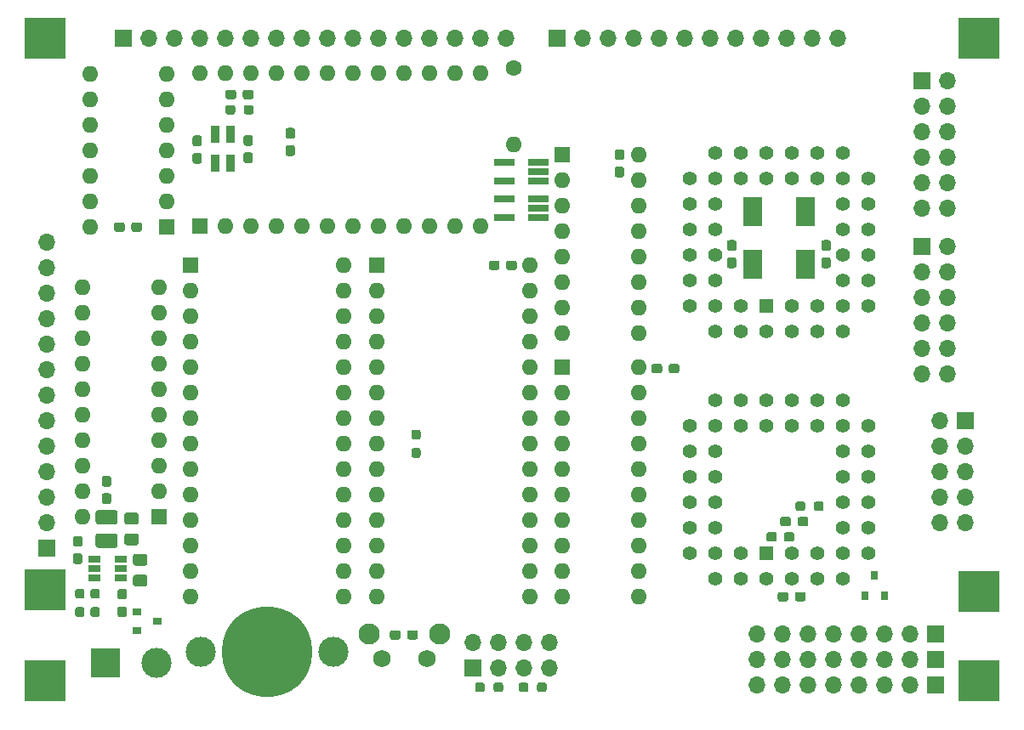
<source format=gbs>
G04 #@! TF.GenerationSoftware,KiCad,Pcbnew,5.1.9*
G04 #@! TF.CreationDate,2021-05-01T23:47:32-07:00*
G04 #@! TF.ProjectId,P80C550-EVN,50383043-3535-4302-9d45-564e2e6b6963,rev?*
G04 #@! TF.SameCoordinates,Original*
G04 #@! TF.FileFunction,Soldermask,Bot*
G04 #@! TF.FilePolarity,Negative*
%FSLAX46Y46*%
G04 Gerber Fmt 4.6, Leading zero omitted, Abs format (unit mm)*
G04 Created by KiCad (PCBNEW 5.1.9) date 2021-05-01 23:47:32*
%MOMM*%
%LPD*%
G01*
G04 APERTURE LIST*
%ADD10O,1.700000X1.700000*%
%ADD11R,1.700000X1.700000*%
%ADD12R,0.900000X0.800000*%
%ADD13R,3.000000X3.000000*%
%ADD14C,3.000000*%
%ADD15R,1.220000X0.650000*%
%ADD16R,2.000000X0.650000*%
%ADD17R,4.100000X4.100000*%
%ADD18R,1.422400X1.422400*%
%ADD19C,1.422400*%
%ADD20R,0.800000X0.900000*%
%ADD21R,1.980000X3.000000*%
%ADD22R,0.900000X1.750000*%
%ADD23O,1.600000X1.600000*%
%ADD24R,1.600000X1.600000*%
%ADD25C,9.000000*%
%ADD26C,2.100000*%
%ADD27C,1.750000*%
%ADD28C,1.600000*%
%ADD29R,4.099999X4.099999*%
G04 APERTURE END LIST*
G36*
G01*
X107298500Y-120478500D02*
X106823500Y-120478500D01*
G75*
G02*
X106586000Y-120241000I0J237500D01*
G01*
X106586000Y-119641000D01*
G75*
G02*
X106823500Y-119403500I237500J0D01*
G01*
X107298500Y-119403500D01*
G75*
G02*
X107536000Y-119641000I0J-237500D01*
G01*
X107536000Y-120241000D01*
G75*
G02*
X107298500Y-120478500I-237500J0D01*
G01*
G37*
G36*
G01*
X107298500Y-122203500D02*
X106823500Y-122203500D01*
G75*
G02*
X106586000Y-121966000I0J237500D01*
G01*
X106586000Y-121366000D01*
G75*
G02*
X106823500Y-121128500I237500J0D01*
G01*
X107298500Y-121128500D01*
G75*
G02*
X107536000Y-121366000I0J-237500D01*
G01*
X107536000Y-121966000D01*
G75*
G02*
X107298500Y-122203500I-237500J0D01*
G01*
G37*
D10*
X101105000Y-96099000D03*
X101105000Y-98639000D03*
X101105000Y-101179000D03*
X101105000Y-103719000D03*
X101105000Y-106259000D03*
X101105000Y-108799000D03*
X101105000Y-111339000D03*
X101105000Y-113879000D03*
X101105000Y-116419000D03*
X101105000Y-118959000D03*
X101105000Y-121499000D03*
X101105000Y-124039000D03*
D11*
X101105000Y-126579000D03*
D12*
X112109000Y-133893600D03*
X110109000Y-132943600D03*
X110109000Y-134843600D03*
G36*
G01*
X107911000Y-124238600D02*
X106211000Y-124238600D01*
G75*
G02*
X105961000Y-123988600I0J250000D01*
G01*
X105961000Y-123063600D01*
G75*
G02*
X106211000Y-122813600I250000J0D01*
G01*
X107911000Y-122813600D01*
G75*
G02*
X108161000Y-123063600I0J-250000D01*
G01*
X108161000Y-123988600D01*
G75*
G02*
X107911000Y-124238600I-250000J0D01*
G01*
G37*
G36*
G01*
X107911000Y-126563600D02*
X106211000Y-126563600D01*
G75*
G02*
X105961000Y-126313600I0J250000D01*
G01*
X105961000Y-125388600D01*
G75*
G02*
X106211000Y-125138600I250000J0D01*
G01*
X107911000Y-125138600D01*
G75*
G02*
X108161000Y-125388600I0J-250000D01*
G01*
X108161000Y-126313600D01*
G75*
G02*
X107911000Y-126563600I-250000J0D01*
G01*
G37*
G36*
G01*
X108372900Y-132416000D02*
X108847900Y-132416000D01*
G75*
G02*
X109085400Y-132653500I0J-237500D01*
G01*
X109085400Y-133228500D01*
G75*
G02*
X108847900Y-133466000I-237500J0D01*
G01*
X108372900Y-133466000D01*
G75*
G02*
X108135400Y-133228500I0J237500D01*
G01*
X108135400Y-132653500D01*
G75*
G02*
X108372900Y-132416000I237500J0D01*
G01*
G37*
G36*
G01*
X108372900Y-130666000D02*
X108847900Y-130666000D01*
G75*
G02*
X109085400Y-130903500I0J-237500D01*
G01*
X109085400Y-131478500D01*
G75*
G02*
X108847900Y-131716000I-237500J0D01*
G01*
X108372900Y-131716000D01*
G75*
G02*
X108135400Y-131478500I0J237500D01*
G01*
X108135400Y-130903500D01*
G75*
G02*
X108372900Y-130666000I237500J0D01*
G01*
G37*
G36*
G01*
X109062500Y-125142500D02*
X110012500Y-125142500D01*
G75*
G02*
X110262500Y-125392500I0J-250000D01*
G01*
X110262500Y-126067500D01*
G75*
G02*
X110012500Y-126317500I-250000J0D01*
G01*
X109062500Y-126317500D01*
G75*
G02*
X108812500Y-126067500I0J250000D01*
G01*
X108812500Y-125392500D01*
G75*
G02*
X109062500Y-125142500I250000J0D01*
G01*
G37*
G36*
G01*
X109062500Y-123067500D02*
X110012500Y-123067500D01*
G75*
G02*
X110262500Y-123317500I0J-250000D01*
G01*
X110262500Y-123992500D01*
G75*
G02*
X110012500Y-124242500I-250000J0D01*
G01*
X109062500Y-124242500D01*
G75*
G02*
X108812500Y-123992500I0J250000D01*
G01*
X108812500Y-123317500D01*
G75*
G02*
X109062500Y-123067500I250000J0D01*
G01*
G37*
G36*
G01*
X110876100Y-128344600D02*
X109926100Y-128344600D01*
G75*
G02*
X109676100Y-128094600I0J250000D01*
G01*
X109676100Y-127419600D01*
G75*
G02*
X109926100Y-127169600I250000J0D01*
G01*
X110876100Y-127169600D01*
G75*
G02*
X111126100Y-127419600I0J-250000D01*
G01*
X111126100Y-128094600D01*
G75*
G02*
X110876100Y-128344600I-250000J0D01*
G01*
G37*
G36*
G01*
X110876100Y-130419600D02*
X109926100Y-130419600D01*
G75*
G02*
X109676100Y-130169600I0J250000D01*
G01*
X109676100Y-129494600D01*
G75*
G02*
X109926100Y-129244600I250000J0D01*
G01*
X110876100Y-129244600D01*
G75*
G02*
X111126100Y-129494600I0J-250000D01*
G01*
X111126100Y-130169600D01*
G75*
G02*
X110876100Y-130419600I-250000J0D01*
G01*
G37*
G36*
G01*
X103940600Y-127109100D02*
X104415600Y-127109100D01*
G75*
G02*
X104653100Y-127346600I0J-237500D01*
G01*
X104653100Y-127946600D01*
G75*
G02*
X104415600Y-128184100I-237500J0D01*
G01*
X103940600Y-128184100D01*
G75*
G02*
X103703100Y-127946600I0J237500D01*
G01*
X103703100Y-127346600D01*
G75*
G02*
X103940600Y-127109100I237500J0D01*
G01*
G37*
G36*
G01*
X103940600Y-125384100D02*
X104415600Y-125384100D01*
G75*
G02*
X104653100Y-125621600I0J-237500D01*
G01*
X104653100Y-126221600D01*
G75*
G02*
X104415600Y-126459100I-237500J0D01*
G01*
X103940600Y-126459100D01*
G75*
G02*
X103703100Y-126221600I0J237500D01*
G01*
X103703100Y-125621600D01*
G75*
G02*
X103940600Y-125384100I237500J0D01*
G01*
G37*
D13*
X106934000Y-138049000D03*
D14*
X112014000Y-138049000D03*
D15*
X108472600Y-127675600D03*
X108472600Y-128625600D03*
X108472600Y-129575600D03*
X105852600Y-129575600D03*
X105852600Y-128625600D03*
X105852600Y-127675600D03*
G36*
G01*
X106155500Y-131629600D02*
X105680500Y-131629600D01*
G75*
G02*
X105443000Y-131392100I0J237500D01*
G01*
X105443000Y-130892100D01*
G75*
G02*
X105680500Y-130654600I237500J0D01*
G01*
X106155500Y-130654600D01*
G75*
G02*
X106393000Y-130892100I0J-237500D01*
G01*
X106393000Y-131392100D01*
G75*
G02*
X106155500Y-131629600I-237500J0D01*
G01*
G37*
G36*
G01*
X106155500Y-133454600D02*
X105680500Y-133454600D01*
G75*
G02*
X105443000Y-133217100I0J237500D01*
G01*
X105443000Y-132717100D01*
G75*
G02*
X105680500Y-132479600I237500J0D01*
G01*
X106155500Y-132479600D01*
G75*
G02*
X106393000Y-132717100I0J-237500D01*
G01*
X106393000Y-133217100D01*
G75*
G02*
X106155500Y-133454600I-237500J0D01*
G01*
G37*
G36*
G01*
X104156500Y-132481340D02*
X104631500Y-132481340D01*
G75*
G02*
X104869000Y-132718840I0J-237500D01*
G01*
X104869000Y-133218840D01*
G75*
G02*
X104631500Y-133456340I-237500J0D01*
G01*
X104156500Y-133456340D01*
G75*
G02*
X103919000Y-133218840I0J237500D01*
G01*
X103919000Y-132718840D01*
G75*
G02*
X104156500Y-132481340I237500J0D01*
G01*
G37*
G36*
G01*
X104156500Y-130656340D02*
X104631500Y-130656340D01*
G75*
G02*
X104869000Y-130893840I0J-237500D01*
G01*
X104869000Y-131393840D01*
G75*
G02*
X104631500Y-131631340I-237500J0D01*
G01*
X104156500Y-131631340D01*
G75*
G02*
X103919000Y-131393840I0J237500D01*
G01*
X103919000Y-130893840D01*
G75*
G02*
X104156500Y-130656340I237500J0D01*
G01*
G37*
G36*
G01*
X138096000Y-117605000D02*
X137621000Y-117605000D01*
G75*
G02*
X137383500Y-117367500I0J237500D01*
G01*
X137383500Y-116867500D01*
G75*
G02*
X137621000Y-116630000I237500J0D01*
G01*
X138096000Y-116630000D01*
G75*
G02*
X138333500Y-116867500I0J-237500D01*
G01*
X138333500Y-117367500D01*
G75*
G02*
X138096000Y-117605000I-237500J0D01*
G01*
G37*
G36*
G01*
X138096000Y-115780000D02*
X137621000Y-115780000D01*
G75*
G02*
X137383500Y-115542500I0J237500D01*
G01*
X137383500Y-115042500D01*
G75*
G02*
X137621000Y-114805000I237500J0D01*
G01*
X138096000Y-114805000D01*
G75*
G02*
X138333500Y-115042500I0J-237500D01*
G01*
X138333500Y-115542500D01*
G75*
G02*
X138096000Y-115780000I-237500J0D01*
G01*
G37*
G36*
G01*
X146181100Y-98187500D02*
X146181100Y-98662500D01*
G75*
G02*
X145943600Y-98900000I-237500J0D01*
G01*
X145343600Y-98900000D01*
G75*
G02*
X145106100Y-98662500I0J237500D01*
G01*
X145106100Y-98187500D01*
G75*
G02*
X145343600Y-97950000I237500J0D01*
G01*
X145943600Y-97950000D01*
G75*
G02*
X146181100Y-98187500I0J-237500D01*
G01*
G37*
G36*
G01*
X147906100Y-98187500D02*
X147906100Y-98662500D01*
G75*
G02*
X147668600Y-98900000I-237500J0D01*
G01*
X147068600Y-98900000D01*
G75*
G02*
X146831100Y-98662500I0J237500D01*
G01*
X146831100Y-98187500D01*
G75*
G02*
X147068600Y-97950000I237500J0D01*
G01*
X147668600Y-97950000D01*
G75*
G02*
X147906100Y-98187500I0J-237500D01*
G01*
G37*
D16*
X146613300Y-91803100D03*
X146613300Y-93703100D03*
X150033300Y-93703100D03*
X150033300Y-92753100D03*
X150033300Y-91803100D03*
X146630500Y-88140500D03*
X146630500Y-90040500D03*
X150050500Y-90040500D03*
X150050500Y-89090500D03*
X150050500Y-88140500D03*
D10*
X190005000Y-124039000D03*
X192545000Y-124039000D03*
X190005000Y-121499000D03*
X192545000Y-121499000D03*
X190005000Y-118959000D03*
X192545000Y-118959000D03*
X190005000Y-116419000D03*
X192545000Y-116419000D03*
X190005000Y-113879000D03*
D11*
X192545000Y-113879000D03*
D17*
X193925000Y-139827000D03*
X100925000Y-139827000D03*
G36*
G01*
X145562500Y-140699500D02*
X145562500Y-140224500D01*
G75*
G02*
X145800000Y-139987000I237500J0D01*
G01*
X146300000Y-139987000D01*
G75*
G02*
X146537500Y-140224500I0J-237500D01*
G01*
X146537500Y-140699500D01*
G75*
G02*
X146300000Y-140937000I-237500J0D01*
G01*
X145800000Y-140937000D01*
G75*
G02*
X145562500Y-140699500I0J237500D01*
G01*
G37*
G36*
G01*
X143737500Y-140699500D02*
X143737500Y-140224500D01*
G75*
G02*
X143975000Y-139987000I237500J0D01*
G01*
X144475000Y-139987000D01*
G75*
G02*
X144712500Y-140224500I0J-237500D01*
G01*
X144712500Y-140699500D01*
G75*
G02*
X144475000Y-140937000I-237500J0D01*
G01*
X143975000Y-140937000D01*
G75*
G02*
X143737500Y-140699500I0J237500D01*
G01*
G37*
G36*
G01*
X149054000Y-140224500D02*
X149054000Y-140699500D01*
G75*
G02*
X148816500Y-140937000I-237500J0D01*
G01*
X148316500Y-140937000D01*
G75*
G02*
X148079000Y-140699500I0J237500D01*
G01*
X148079000Y-140224500D01*
G75*
G02*
X148316500Y-139987000I237500J0D01*
G01*
X148816500Y-139987000D01*
G75*
G02*
X149054000Y-140224500I0J-237500D01*
G01*
G37*
G36*
G01*
X150879000Y-140224500D02*
X150879000Y-140699500D01*
G75*
G02*
X150641500Y-140937000I-237500J0D01*
G01*
X150141500Y-140937000D01*
G75*
G02*
X149904000Y-140699500I0J237500D01*
G01*
X149904000Y-140224500D01*
G75*
G02*
X150141500Y-139987000I237500J0D01*
G01*
X150641500Y-139987000D01*
G75*
G02*
X150879000Y-140224500I0J-237500D01*
G01*
G37*
D10*
X151130000Y-136017000D03*
X151130000Y-138557000D03*
X148590000Y-136017000D03*
X148590000Y-138557000D03*
X146050000Y-136017000D03*
X146050000Y-138557000D03*
X143510000Y-136017000D03*
D11*
X143510000Y-138557000D03*
X188214000Y-80010000D03*
D10*
X190754000Y-80010000D03*
X188214000Y-82550000D03*
X190754000Y-82550000D03*
X188214000Y-85090000D03*
X190754000Y-85090000D03*
X188214000Y-87630000D03*
X190754000Y-87630000D03*
X188214000Y-90170000D03*
X190754000Y-90170000D03*
X188214000Y-92710000D03*
X190754000Y-92710000D03*
D18*
X172720000Y-127127000D03*
D19*
X175260000Y-127127000D03*
X177800000Y-127127000D03*
X170180000Y-127127000D03*
X167640000Y-127127000D03*
X175260000Y-129667000D03*
X177800000Y-129667000D03*
X180340000Y-129667000D03*
X172720000Y-129667000D03*
X170180000Y-129667000D03*
X180340000Y-127127000D03*
X180340000Y-124587000D03*
X180340000Y-122047000D03*
X180340000Y-119507000D03*
X180340000Y-116967000D03*
X182880000Y-127127000D03*
X182880000Y-124587000D03*
X182880000Y-122047000D03*
X182880000Y-119507000D03*
X182880000Y-116967000D03*
X182880000Y-114427000D03*
X180340000Y-114427000D03*
X177800000Y-114427000D03*
X175260000Y-114427000D03*
X172720000Y-114427000D03*
X170180000Y-114427000D03*
X165100000Y-114427000D03*
X180340000Y-111887000D03*
X177800000Y-111887000D03*
X175260000Y-111887000D03*
X172720000Y-111887000D03*
X170180000Y-111887000D03*
X167640000Y-111887000D03*
X167640000Y-114427000D03*
X167640000Y-116967000D03*
X167640000Y-119507000D03*
X167640000Y-122047000D03*
X167640000Y-124587000D03*
X167640000Y-129667000D03*
X165100000Y-116967000D03*
X165100000Y-119507000D03*
X165100000Y-122047000D03*
X165100000Y-124587000D03*
X165100000Y-127127000D03*
D10*
X171831000Y-140208000D03*
X174371000Y-140208000D03*
X176911000Y-140208000D03*
X179451000Y-140208000D03*
X181991000Y-140208000D03*
X184531000Y-140208000D03*
X187071000Y-140208000D03*
D11*
X189611000Y-140208000D03*
D19*
X165100000Y-102489000D03*
X165100000Y-99949000D03*
X165100000Y-97409000D03*
X165100000Y-94869000D03*
X165100000Y-92329000D03*
X167640000Y-105029000D03*
X167640000Y-99949000D03*
X167640000Y-97409000D03*
X167640000Y-94869000D03*
X167640000Y-92329000D03*
X167640000Y-89789000D03*
X167640000Y-87249000D03*
X170180000Y-87249000D03*
X172720000Y-87249000D03*
X175260000Y-87249000D03*
X177800000Y-87249000D03*
X180340000Y-87249000D03*
X165100000Y-89789000D03*
X170180000Y-89789000D03*
X172720000Y-89789000D03*
X175260000Y-89789000D03*
X177800000Y-89789000D03*
X180340000Y-89789000D03*
X182880000Y-89789000D03*
X182880000Y-92329000D03*
X182880000Y-94869000D03*
X182880000Y-97409000D03*
X182880000Y-99949000D03*
X182880000Y-102489000D03*
X180340000Y-92329000D03*
X180340000Y-94869000D03*
X180340000Y-97409000D03*
X180340000Y-99949000D03*
X180340000Y-102489000D03*
X170180000Y-105029000D03*
X172720000Y-105029000D03*
X180340000Y-105029000D03*
X177800000Y-105029000D03*
X175260000Y-105029000D03*
X167640000Y-102489000D03*
X170180000Y-102489000D03*
X177800000Y-102489000D03*
X175260000Y-102489000D03*
D18*
X172720000Y-102489000D03*
D20*
X183515000Y-129302000D03*
X182565000Y-131302000D03*
X184465000Y-131302000D03*
G36*
G01*
X175839000Y-124189500D02*
X175839000Y-123714500D01*
G75*
G02*
X176076500Y-123477000I237500J0D01*
G01*
X176676500Y-123477000D01*
G75*
G02*
X176914000Y-123714500I0J-237500D01*
G01*
X176914000Y-124189500D01*
G75*
G02*
X176676500Y-124427000I-237500J0D01*
G01*
X176076500Y-124427000D01*
G75*
G02*
X175839000Y-124189500I0J237500D01*
G01*
G37*
G36*
G01*
X174114000Y-124189500D02*
X174114000Y-123714500D01*
G75*
G02*
X174351500Y-123477000I237500J0D01*
G01*
X174951500Y-123477000D01*
G75*
G02*
X175189000Y-123714500I0J-237500D01*
G01*
X175189000Y-124189500D01*
G75*
G02*
X174951500Y-124427000I-237500J0D01*
G01*
X174351500Y-124427000D01*
G75*
G02*
X174114000Y-124189500I0J237500D01*
G01*
G37*
G36*
G01*
X176613000Y-122190500D02*
X176613000Y-122665500D01*
G75*
G02*
X176375500Y-122903000I-237500J0D01*
G01*
X175875500Y-122903000D01*
G75*
G02*
X175638000Y-122665500I0J237500D01*
G01*
X175638000Y-122190500D01*
G75*
G02*
X175875500Y-121953000I237500J0D01*
G01*
X176375500Y-121953000D01*
G75*
G02*
X176613000Y-122190500I0J-237500D01*
G01*
G37*
G36*
G01*
X178438000Y-122190500D02*
X178438000Y-122665500D01*
G75*
G02*
X178200500Y-122903000I-237500J0D01*
G01*
X177700500Y-122903000D01*
G75*
G02*
X177463000Y-122665500I0J237500D01*
G01*
X177463000Y-122190500D01*
G75*
G02*
X177700500Y-121953000I237500J0D01*
G01*
X178200500Y-121953000D01*
G75*
G02*
X178438000Y-122190500I0J-237500D01*
G01*
G37*
G36*
G01*
X174481000Y-125713500D02*
X174481000Y-125238500D01*
G75*
G02*
X174718500Y-125001000I237500J0D01*
G01*
X175293500Y-125001000D01*
G75*
G02*
X175531000Y-125238500I0J-237500D01*
G01*
X175531000Y-125713500D01*
G75*
G02*
X175293500Y-125951000I-237500J0D01*
G01*
X174718500Y-125951000D01*
G75*
G02*
X174481000Y-125713500I0J237500D01*
G01*
G37*
G36*
G01*
X172731000Y-125713500D02*
X172731000Y-125238500D01*
G75*
G02*
X172968500Y-125001000I237500J0D01*
G01*
X173543500Y-125001000D01*
G75*
G02*
X173781000Y-125238500I0J-237500D01*
G01*
X173781000Y-125713500D01*
G75*
G02*
X173543500Y-125951000I-237500J0D01*
G01*
X172968500Y-125951000D01*
G75*
G02*
X172731000Y-125713500I0J237500D01*
G01*
G37*
D21*
X171360000Y-98291000D03*
X176620000Y-98291000D03*
X176620000Y-93091000D03*
X171360000Y-93091000D03*
D22*
X117830000Y-85365000D03*
X117830000Y-88265000D03*
X119380000Y-88265000D03*
X119380000Y-85365000D03*
G36*
G01*
X120717500Y-83168500D02*
X120717500Y-82693500D01*
G75*
G02*
X120955000Y-82456000I237500J0D01*
G01*
X121455000Y-82456000D01*
G75*
G02*
X121692500Y-82693500I0J-237500D01*
G01*
X121692500Y-83168500D01*
G75*
G02*
X121455000Y-83406000I-237500J0D01*
G01*
X120955000Y-83406000D01*
G75*
G02*
X120717500Y-83168500I0J237500D01*
G01*
G37*
G36*
G01*
X118892500Y-83168500D02*
X118892500Y-82693500D01*
G75*
G02*
X119130000Y-82456000I237500J0D01*
G01*
X119630000Y-82456000D01*
G75*
G02*
X119867500Y-82693500I0J-237500D01*
G01*
X119867500Y-83168500D01*
G75*
G02*
X119630000Y-83406000I-237500J0D01*
G01*
X119130000Y-83406000D01*
G75*
G02*
X118892500Y-83168500I0J237500D01*
G01*
G37*
G36*
G01*
X120618300Y-81644500D02*
X120618300Y-81169500D01*
G75*
G02*
X120855800Y-80932000I237500J0D01*
G01*
X121455800Y-80932000D01*
G75*
G02*
X121693300Y-81169500I0J-237500D01*
G01*
X121693300Y-81644500D01*
G75*
G02*
X121455800Y-81882000I-237500J0D01*
G01*
X120855800Y-81882000D01*
G75*
G02*
X120618300Y-81644500I0J237500D01*
G01*
G37*
G36*
G01*
X118893300Y-81644500D02*
X118893300Y-81169500D01*
G75*
G02*
X119130800Y-80932000I237500J0D01*
G01*
X119730800Y-80932000D01*
G75*
G02*
X119968300Y-81169500I0J-237500D01*
G01*
X119968300Y-81644500D01*
G75*
G02*
X119730800Y-81882000I-237500J0D01*
G01*
X119130800Y-81882000D01*
G75*
G02*
X118893300Y-81644500I0J237500D01*
G01*
G37*
D23*
X116332000Y-79248000D03*
X144272000Y-94488000D03*
X118872000Y-79248000D03*
X141732000Y-94488000D03*
X121412000Y-79248000D03*
X139192000Y-94488000D03*
X123952000Y-79248000D03*
X136652000Y-94488000D03*
X126492000Y-79248000D03*
X134112000Y-94488000D03*
X129032000Y-79248000D03*
X131572000Y-94488000D03*
X131572000Y-79248000D03*
X129032000Y-94488000D03*
X134112000Y-79248000D03*
X126492000Y-94488000D03*
X136652000Y-79248000D03*
X123952000Y-94488000D03*
X139192000Y-79248000D03*
X121412000Y-94488000D03*
X141732000Y-79248000D03*
X118872000Y-94488000D03*
X144272000Y-79248000D03*
D24*
X116332000Y-94488000D03*
D25*
X123063000Y-136906000D03*
D14*
X116463000Y-136906000D03*
X129663000Y-136906000D03*
D10*
X171831000Y-137668000D03*
X174371000Y-137668000D03*
X176911000Y-137668000D03*
X179451000Y-137668000D03*
X181991000Y-137668000D03*
X184531000Y-137668000D03*
X187071000Y-137668000D03*
D11*
X189611000Y-137668000D03*
D10*
X171831000Y-135128000D03*
X174371000Y-135128000D03*
X176911000Y-135128000D03*
X179451000Y-135128000D03*
X181991000Y-135128000D03*
X184531000Y-135128000D03*
X187071000Y-135128000D03*
D11*
X189611000Y-135128000D03*
D24*
X133959600Y-98425000D03*
D23*
X149199600Y-131445000D03*
X133959600Y-100965000D03*
X149199600Y-128905000D03*
X133959600Y-103505000D03*
X149199600Y-126365000D03*
X133959600Y-106045000D03*
X149199600Y-123825000D03*
X133959600Y-108585000D03*
X149199600Y-121285000D03*
X133959600Y-111125000D03*
X149199600Y-118745000D03*
X133959600Y-113665000D03*
X149199600Y-116205000D03*
X133959600Y-116205000D03*
X149199600Y-113665000D03*
X133959600Y-118745000D03*
X149199600Y-111125000D03*
X133959600Y-121285000D03*
X149199600Y-108585000D03*
X133959600Y-123825000D03*
X149199600Y-106045000D03*
X133959600Y-126365000D03*
X149199600Y-103505000D03*
X133959600Y-128905000D03*
X149199600Y-100965000D03*
X133959600Y-131445000D03*
X149199600Y-98425000D03*
D26*
X133178000Y-135128000D03*
D27*
X134438000Y-137618000D03*
X138938000Y-137618000D03*
D26*
X140188000Y-135128000D03*
G36*
G01*
X136327000Y-135017500D02*
X136327000Y-135492500D01*
G75*
G02*
X136089500Y-135730000I-237500J0D01*
G01*
X135489500Y-135730000D01*
G75*
G02*
X135252000Y-135492500I0J237500D01*
G01*
X135252000Y-135017500D01*
G75*
G02*
X135489500Y-134780000I237500J0D01*
G01*
X136089500Y-134780000D01*
G75*
G02*
X136327000Y-135017500I0J-237500D01*
G01*
G37*
G36*
G01*
X138052000Y-135017500D02*
X138052000Y-135492500D01*
G75*
G02*
X137814500Y-135730000I-237500J0D01*
G01*
X137214500Y-135730000D01*
G75*
G02*
X136977000Y-135492500I0J237500D01*
G01*
X136977000Y-135017500D01*
G75*
G02*
X137214500Y-134780000I237500J0D01*
G01*
X137814500Y-134780000D01*
G75*
G02*
X138052000Y-135017500I0J-237500D01*
G01*
G37*
D11*
X188214000Y-96520000D03*
D10*
X190754000Y-96520000D03*
X188214000Y-99060000D03*
X190754000Y-99060000D03*
X188214000Y-101600000D03*
X190754000Y-101600000D03*
X188214000Y-104140000D03*
X190754000Y-104140000D03*
X188214000Y-106680000D03*
X190754000Y-106680000D03*
X188214000Y-109220000D03*
X190754000Y-109220000D03*
G36*
G01*
X120920500Y-87166500D02*
X121395500Y-87166500D01*
G75*
G02*
X121633000Y-87404000I0J-237500D01*
G01*
X121633000Y-88004000D01*
G75*
G02*
X121395500Y-88241500I-237500J0D01*
G01*
X120920500Y-88241500D01*
G75*
G02*
X120683000Y-88004000I0J237500D01*
G01*
X120683000Y-87404000D01*
G75*
G02*
X120920500Y-87166500I237500J0D01*
G01*
G37*
G36*
G01*
X120920500Y-85441500D02*
X121395500Y-85441500D01*
G75*
G02*
X121633000Y-85679000I0J-237500D01*
G01*
X121633000Y-86279000D01*
G75*
G02*
X121395500Y-86516500I-237500J0D01*
G01*
X120920500Y-86516500D01*
G75*
G02*
X120683000Y-86279000I0J237500D01*
G01*
X120683000Y-85679000D01*
G75*
G02*
X120920500Y-85441500I237500J0D01*
G01*
G37*
G36*
G01*
X115840500Y-87219500D02*
X116315500Y-87219500D01*
G75*
G02*
X116553000Y-87457000I0J-237500D01*
G01*
X116553000Y-88057000D01*
G75*
G02*
X116315500Y-88294500I-237500J0D01*
G01*
X115840500Y-88294500D01*
G75*
G02*
X115603000Y-88057000I0J237500D01*
G01*
X115603000Y-87457000D01*
G75*
G02*
X115840500Y-87219500I237500J0D01*
G01*
G37*
G36*
G01*
X115840500Y-85494500D02*
X116315500Y-85494500D01*
G75*
G02*
X116553000Y-85732000I0J-237500D01*
G01*
X116553000Y-86332000D01*
G75*
G02*
X116315500Y-86569500I-237500J0D01*
G01*
X115840500Y-86569500D01*
G75*
G02*
X115603000Y-86332000I0J237500D01*
G01*
X115603000Y-85732000D01*
G75*
G02*
X115840500Y-85494500I237500J0D01*
G01*
G37*
G36*
G01*
X109518500Y-94852500D02*
X109518500Y-94377500D01*
G75*
G02*
X109756000Y-94140000I237500J0D01*
G01*
X110356000Y-94140000D01*
G75*
G02*
X110593500Y-94377500I0J-237500D01*
G01*
X110593500Y-94852500D01*
G75*
G02*
X110356000Y-95090000I-237500J0D01*
G01*
X109756000Y-95090000D01*
G75*
G02*
X109518500Y-94852500I0J237500D01*
G01*
G37*
G36*
G01*
X107793500Y-94852500D02*
X107793500Y-94377500D01*
G75*
G02*
X108031000Y-94140000I237500J0D01*
G01*
X108631000Y-94140000D01*
G75*
G02*
X108868500Y-94377500I0J-237500D01*
G01*
X108868500Y-94852500D01*
G75*
G02*
X108631000Y-95090000I-237500J0D01*
G01*
X108031000Y-95090000D01*
G75*
G02*
X107793500Y-94852500I0J237500D01*
G01*
G37*
G36*
G01*
X163012000Y-108949500D02*
X163012000Y-108474500D01*
G75*
G02*
X163249500Y-108237000I237500J0D01*
G01*
X163849500Y-108237000D01*
G75*
G02*
X164087000Y-108474500I0J-237500D01*
G01*
X164087000Y-108949500D01*
G75*
G02*
X163849500Y-109187000I-237500J0D01*
G01*
X163249500Y-109187000D01*
G75*
G02*
X163012000Y-108949500I0J237500D01*
G01*
G37*
G36*
G01*
X161287000Y-108949500D02*
X161287000Y-108474500D01*
G75*
G02*
X161524500Y-108237000I237500J0D01*
G01*
X162124500Y-108237000D01*
G75*
G02*
X162362000Y-108474500I0J-237500D01*
G01*
X162362000Y-108949500D01*
G75*
G02*
X162124500Y-109187000I-237500J0D01*
G01*
X161524500Y-109187000D01*
G75*
G02*
X161287000Y-108949500I0J237500D01*
G01*
G37*
G36*
G01*
X175585000Y-131682500D02*
X175585000Y-131207500D01*
G75*
G02*
X175822500Y-130970000I237500J0D01*
G01*
X176422500Y-130970000D01*
G75*
G02*
X176660000Y-131207500I0J-237500D01*
G01*
X176660000Y-131682500D01*
G75*
G02*
X176422500Y-131920000I-237500J0D01*
G01*
X175822500Y-131920000D01*
G75*
G02*
X175585000Y-131682500I0J237500D01*
G01*
G37*
G36*
G01*
X173860000Y-131682500D02*
X173860000Y-131207500D01*
G75*
G02*
X174097500Y-130970000I237500J0D01*
G01*
X174697500Y-130970000D01*
G75*
G02*
X174935000Y-131207500I0J-237500D01*
G01*
X174935000Y-131682500D01*
G75*
G02*
X174697500Y-131920000I-237500J0D01*
G01*
X174097500Y-131920000D01*
G75*
G02*
X173860000Y-131682500I0J237500D01*
G01*
G37*
D23*
X147574000Y-86360000D03*
D28*
X147574000Y-78740000D03*
G36*
G01*
X157877500Y-88590000D02*
X158352500Y-88590000D01*
G75*
G02*
X158590000Y-88827500I0J-237500D01*
G01*
X158590000Y-89427500D01*
G75*
G02*
X158352500Y-89665000I-237500J0D01*
G01*
X157877500Y-89665000D01*
G75*
G02*
X157640000Y-89427500I0J237500D01*
G01*
X157640000Y-88827500D01*
G75*
G02*
X157877500Y-88590000I237500J0D01*
G01*
G37*
G36*
G01*
X157877500Y-86865000D02*
X158352500Y-86865000D01*
G75*
G02*
X158590000Y-87102500I0J-237500D01*
G01*
X158590000Y-87702500D01*
G75*
G02*
X158352500Y-87940000I-237500J0D01*
G01*
X157877500Y-87940000D01*
G75*
G02*
X157640000Y-87702500I0J237500D01*
G01*
X157640000Y-87102500D01*
G75*
G02*
X157877500Y-86865000I237500J0D01*
G01*
G37*
G36*
G01*
X169053500Y-97633500D02*
X169528500Y-97633500D01*
G75*
G02*
X169766000Y-97871000I0J-237500D01*
G01*
X169766000Y-98471000D01*
G75*
G02*
X169528500Y-98708500I-237500J0D01*
G01*
X169053500Y-98708500D01*
G75*
G02*
X168816000Y-98471000I0J237500D01*
G01*
X168816000Y-97871000D01*
G75*
G02*
X169053500Y-97633500I237500J0D01*
G01*
G37*
G36*
G01*
X169053500Y-95908500D02*
X169528500Y-95908500D01*
G75*
G02*
X169766000Y-96146000I0J-237500D01*
G01*
X169766000Y-96746000D01*
G75*
G02*
X169528500Y-96983500I-237500J0D01*
G01*
X169053500Y-96983500D01*
G75*
G02*
X168816000Y-96746000I0J237500D01*
G01*
X168816000Y-96146000D01*
G75*
G02*
X169053500Y-95908500I237500J0D01*
G01*
G37*
G36*
G01*
X178926500Y-96983500D02*
X178451500Y-96983500D01*
G75*
G02*
X178214000Y-96746000I0J237500D01*
G01*
X178214000Y-96146000D01*
G75*
G02*
X178451500Y-95908500I237500J0D01*
G01*
X178926500Y-95908500D01*
G75*
G02*
X179164000Y-96146000I0J-237500D01*
G01*
X179164000Y-96746000D01*
G75*
G02*
X178926500Y-96983500I-237500J0D01*
G01*
G37*
G36*
G01*
X178926500Y-98708500D02*
X178451500Y-98708500D01*
G75*
G02*
X178214000Y-98471000I0J237500D01*
G01*
X178214000Y-97871000D01*
G75*
G02*
X178451500Y-97633500I237500J0D01*
G01*
X178926500Y-97633500D01*
G75*
G02*
X179164000Y-97871000I0J-237500D01*
G01*
X179164000Y-98471000D01*
G75*
G02*
X178926500Y-98708500I-237500J0D01*
G01*
G37*
G36*
G01*
X125111500Y-86457500D02*
X125586500Y-86457500D01*
G75*
G02*
X125824000Y-86695000I0J-237500D01*
G01*
X125824000Y-87295000D01*
G75*
G02*
X125586500Y-87532500I-237500J0D01*
G01*
X125111500Y-87532500D01*
G75*
G02*
X124874000Y-87295000I0J237500D01*
G01*
X124874000Y-86695000D01*
G75*
G02*
X125111500Y-86457500I237500J0D01*
G01*
G37*
G36*
G01*
X125111500Y-84732500D02*
X125586500Y-84732500D01*
G75*
G02*
X125824000Y-84970000I0J-237500D01*
G01*
X125824000Y-85570000D01*
G75*
G02*
X125586500Y-85807500I-237500J0D01*
G01*
X125111500Y-85807500D01*
G75*
G02*
X124874000Y-85570000I0J237500D01*
G01*
X124874000Y-84970000D01*
G75*
G02*
X125111500Y-84732500I237500J0D01*
G01*
G37*
D11*
X151905000Y-75779000D03*
D10*
X154445000Y-75779000D03*
X156985000Y-75779000D03*
X159525000Y-75779000D03*
X162065000Y-75779000D03*
X164605000Y-75779000D03*
X167145000Y-75779000D03*
X169685000Y-75779000D03*
X172225000Y-75779000D03*
X174765000Y-75779000D03*
X177305000Y-75779000D03*
X179845000Y-75779000D03*
D23*
X130683000Y-98425000D03*
X115443000Y-131445000D03*
X130683000Y-100965000D03*
X115443000Y-128905000D03*
X130683000Y-103505000D03*
X115443000Y-126365000D03*
X130683000Y-106045000D03*
X115443000Y-123825000D03*
X130683000Y-108585000D03*
X115443000Y-121285000D03*
X130683000Y-111125000D03*
X115443000Y-118745000D03*
X130683000Y-113665000D03*
X115443000Y-116205000D03*
X130683000Y-116205000D03*
X115443000Y-113665000D03*
X130683000Y-118745000D03*
X115443000Y-111125000D03*
X130683000Y-121285000D03*
X115443000Y-108585000D03*
X130683000Y-123825000D03*
X115443000Y-106045000D03*
X130683000Y-126365000D03*
X115443000Y-103505000D03*
X130683000Y-128905000D03*
X115443000Y-100965000D03*
X130683000Y-131445000D03*
D24*
X115443000Y-98425000D03*
D23*
X104648000Y-123444000D03*
X112268000Y-100584000D03*
X104648000Y-120904000D03*
X112268000Y-103124000D03*
X104648000Y-118364000D03*
X112268000Y-105664000D03*
X104648000Y-115824000D03*
X112268000Y-108204000D03*
X104648000Y-113284000D03*
X112268000Y-110744000D03*
X104648000Y-110744000D03*
X112268000Y-113284000D03*
X104648000Y-108204000D03*
X112268000Y-115824000D03*
X104648000Y-105664000D03*
X112268000Y-118364000D03*
X104648000Y-103124000D03*
X112268000Y-120904000D03*
X104648000Y-100584000D03*
D24*
X112268000Y-123444000D03*
D17*
X100925000Y-75779000D03*
D24*
X152450800Y-108585000D03*
D23*
X160070800Y-131445000D03*
X152450800Y-111125000D03*
X160070800Y-128905000D03*
X152450800Y-113665000D03*
X160070800Y-126365000D03*
X152450800Y-116205000D03*
X160070800Y-123825000D03*
X152450800Y-118745000D03*
X160070800Y-121285000D03*
X152450800Y-121285000D03*
X160070800Y-118745000D03*
X152450800Y-123825000D03*
X160070800Y-116205000D03*
X152450800Y-126365000D03*
X160070800Y-113665000D03*
X152450800Y-128905000D03*
X160070800Y-111125000D03*
X152450800Y-131445000D03*
X160070800Y-108585000D03*
D24*
X113030000Y-94615000D03*
D23*
X105410000Y-79375000D03*
X113030000Y-92075000D03*
X105410000Y-81915000D03*
X113030000Y-89535000D03*
X105410000Y-84455000D03*
X113030000Y-86995000D03*
X105410000Y-86995000D03*
X113030000Y-84455000D03*
X105410000Y-89535000D03*
X113030000Y-81915000D03*
X105410000Y-92075000D03*
X113030000Y-79375000D03*
X105410000Y-94615000D03*
D17*
X193925000Y-75779000D03*
X100925000Y-130779000D03*
D29*
X193925000Y-130879000D03*
D10*
X146825000Y-75779000D03*
X144285000Y-75779000D03*
X141745000Y-75779000D03*
X139205000Y-75779000D03*
X136665000Y-75779000D03*
X134125000Y-75779000D03*
X131585000Y-75779000D03*
X129045000Y-75779000D03*
X126505000Y-75779000D03*
X123965000Y-75779000D03*
X121425000Y-75779000D03*
X118885000Y-75779000D03*
X116345000Y-75779000D03*
X113805000Y-75779000D03*
X111265000Y-75779000D03*
D11*
X108725000Y-75779000D03*
D24*
X152400000Y-87376000D03*
D23*
X160020000Y-105156000D03*
X152400000Y-89916000D03*
X160020000Y-102616000D03*
X152400000Y-92456000D03*
X160020000Y-100076000D03*
X152400000Y-94996000D03*
X160020000Y-97536000D03*
X152400000Y-97536000D03*
X160020000Y-94996000D03*
X152400000Y-100076000D03*
X160020000Y-92456000D03*
X152400000Y-102616000D03*
X160020000Y-89916000D03*
X152400000Y-105156000D03*
X160020000Y-87376000D03*
M02*

</source>
